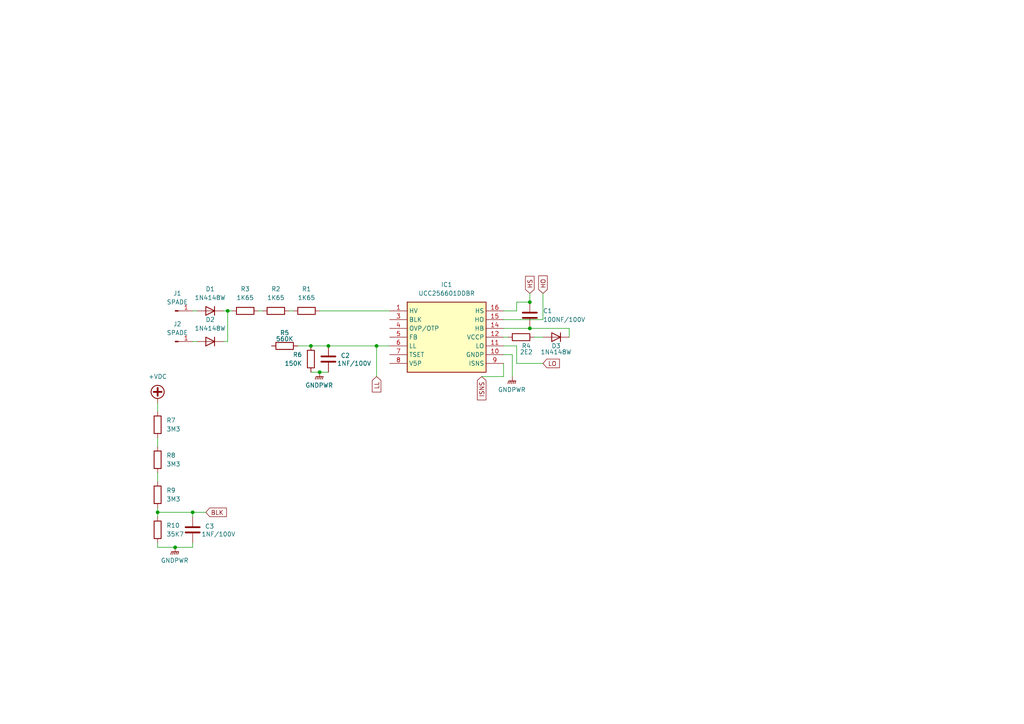
<source format=kicad_sch>
(kicad_sch (version 20250114) (generator "eeschema") (generator_version "9.0")
  (paper "A4")
  (lib_symbols
    (symbol "Connector:Conn_01x01_Pin" (pin_names (offset 1.016) (hide yes))
      (property "Reference" "J" (at 0 2.54 0))
      (property "Value" "Conn_01x01_Pin" (at 0 -2.54 0))
      (symbol "Conn_01x01_Pin_1_1"
        (rectangle (start 0.8636 0.127) (end 0 -0.127) (stroke (width 0.1524)) (fill (type outline)))
        (polyline (pts (xy 1.27 0) (xy 0.8636 0)) (stroke (width 0.1524)))
        (pin passive line (at 5.08 0 180) (length 3.81) (name "Pin_1") (number "1"))
      )
    )
    (symbol "Device:C" (pin_numbers (hide yes)) (pin_names (offset 0.254))
      (property "Reference" "C" (at 0.635 2.54 0))
      (property "Value" "C" (at 0.635 -2.54 0))
      (symbol "C_0_1"
        (polyline (pts (xy -2.032 0.762) (xy 2.032 0.762)) (stroke (width 0.508)))
        (polyline (pts (xy -2.032 -0.762) (xy 2.032 -0.762)) (stroke (width 0.508)))
      )
      (symbol "C_1_1"
        (pin passive line (at 0 3.81 270) (length 2.794) (name "~") (number "1"))
        (pin passive line (at 0 -3.81 90) (length 2.794) (name "~") (number "2"))
      )
    )
    (symbol "Device:R" (pin_numbers (hide yes)) (pin_names (offset 0))
      (property "Reference" "R" (at 2.032 0 90))
      (property "Value" "R" (at 0 0 90))
      (symbol "R_0_1"
        (rectangle (start -1.016 -2.54) (end 1.016 2.54) (stroke (width 0.254)))
      )
      (symbol "R_1_1"
        (pin passive line (at 0 3.81 270) (length 1.27) (name "~") (number "1"))
        (pin passive line (at 0 -3.81 90) (length 1.27) (name "~") (number "2"))
      )
    )
    (symbol "Diode:1N4148W" (pin_numbers (hide yes)) (pin_names (hide yes))
      (property "Reference" "D" (at 0 2.54 0))
      (property "Value" "1N4148W" (at 0 -2.54 0))
      (symbol "1N4148W_0_1"
        (polyline (pts (xy -1.27 1.27) (xy -1.27 -1.27)) (stroke (width 0.254)))
        (polyline (pts (xy 1.27 1.27) (xy 1.27 -1.27) (xy -1.27 0) (xy 1.27 1.27)) (stroke (width 0.254)))
        (polyline (pts (xy 1.27 0) (xy -1.27 0)))
      )
      (symbol "1N4148W_1_1"
        (pin passive line (at -3.81 0 0) (length 2.54) (name "K") (number "1"))
        (pin passive line (at 3.81 0 180) (length 2.54) (name "A") (number "2"))
      )
    )
    (symbol "RUPESH:UCC256601DDBR"
      (property "Reference" "IC" (at 29.21 7.62 0))
      (property "Value" "UCC256601DDBR" (at 29.21 5.08 0))
      (symbol "UCC256601DDBR_1_1"
        (rectangle (start 5.08 2.54) (end 27.94 -17.78) (stroke (width 0.254)) (fill (type background)))
        (pin passive line (at 0 0 0) (length 5.08) (name "HV") (number "1"))
        (pin passive line (at 0 -2.54 0) (length 5.08) (name "BLK") (number "3"))
        (pin passive line (at 0 -5.08 0) (length 5.08) (name "OVP/OTP") (number "4"))
        (pin passive line (at 0 -7.62 0) (length 5.08) (name "FB") (number "5"))
        (pin passive line (at 0 -10.16 0) (length 5.08) (name "LL") (number "6"))
        (pin passive line (at 0 -12.7 0) (length 5.08) (name "TSET") (number "7"))
        (pin passive line (at 0 -15.24 0) (length 5.08) (name "V5P") (number "8"))
        (pin passive line (at 33.02 0 180) (length 5.08) (name "HS") (number "16"))
        (pin passive line (at 33.02 -2.54 180) (length 5.08) (name "HO") (number "15"))
        (pin passive line (at 33.02 -5.08 180) (length 5.08) (name "HB") (number "14"))
        (pin passive line (at 33.02 -7.62 180) (length 5.08) (name "VCCP") (number "12"))
        (pin passive line (at 33.02 -10.16 180) (length 5.08) (name "LO") (number "11"))
        (pin passive line (at 33.02 -12.7 180) (length 5.08) (name "GNDP") (number "10"))
        (pin passive line (at 33.02 -15.24 180) (length 5.08) (name "ISNS") (number "9"))
      )
    )
    (symbol "power:+VDC" (power) (pin_numbers (hide yes)) (pin_names (offset 0) (hide yes))
      (property "Value" "+VDC" (at 0 6.35 0))
      (symbol "+VDC_0_1"
        (polyline (pts (xy -1.143 3.175) (xy 1.143 3.175)) (stroke (width 0.508)))
        (circle (center 0 3.175) (radius 1.905) (stroke (width 0.254)))
        (polyline (pts (xy 0 2.032) (xy 0 4.318)) (stroke (width 0.508)))
        (polyline (pts (xy 0 0) (xy 0 1.27)))
      )
      (symbol "+VDC_1_1"
        (pin power_in line (at 0 0 90) (length 0) (name "~") (number "1"))
      )
    )
    (symbol "power:GNDPWR" (power) (pin_numbers (hide yes)) (pin_names (offset 0) (hide yes))
      (property "Value" "GNDPWR" (at 0 -3.302 0))
      (symbol "GNDPWR_0_1"
        (polyline (pts (xy -1.016 -1.27) (xy -1.27 -2.032) (xy -1.27 -2.032)) (stroke (width 0.2032)))
        (polyline (pts (xy -0.508 -1.27) (xy -0.762 -2.032) (xy -0.762 -2.032)) (stroke (width 0.2032)))
        (polyline (pts (xy 0 -1.27) (xy 0 0)))
        (polyline (pts (xy 0 -1.27) (xy -0.254 -2.032) (xy -0.254 -2.032)) (stroke (width 0.2032)))
        (polyline (pts (xy 0.508 -1.27) (xy 0.254 -2.032) (xy 0.254 -2.032)) (stroke (width 0.2032)))
        (polyline (pts (xy 1.016 -1.27) (xy -1.016 -1.27) (xy -1.016 -1.27)) (stroke (width 0.2032)))
        (polyline (pts (xy 1.016 -1.27) (xy 0.762 -2.032) (xy 0.762 -2.032) (xy 0.762 -2.032)) (stroke (width 0.2032)))
      )
      (symbol "GNDPWR_1_1"
        (pin power_in line (at 0 0 270) (length 0) (name "~") (number "1"))
      )
    )
  )
  (junction (at 153.67 87.63))
  (junction (at 45.72 148.59))
  (junction (at 95.25 100.33))
  (junction (at 92.71 107.95))
  (junction (at 50.8 158.75))
  (junction (at 109.22 100.33))
  (junction (at 153.67 95.25))
  (junction (at 55.88 148.59))
  (junction (at 90.17 100.33))
  (junction (at 66.04 90.17))
  (wire (pts (xy 45.72 148.59) (xy 45.72 147.32)))
  (wire (pts (xy 148.59 102.87) (xy 146.05 102.87)))
  (wire (pts (xy 149.86 90.17) (xy 149.86 87.63)))
  (wire (pts (xy 139.7 109.22) (xy 146.05 109.22)))
  (wire (pts (xy 165.1 95.25) (xy 165.1 97.79)))
  (wire (pts (xy 149.86 87.63) (xy 153.67 87.63)))
  (wire (pts (xy 50.8 158.75) (xy 55.88 158.75)))
  (wire (pts (xy 146.05 95.25) (xy 153.67 95.25)))
  (wire (pts (xy 147.32 97.79) (xy 146.05 97.79)))
  (wire (pts (xy 92.71 90.17) (xy 113.03 90.17)))
  (wire (pts (xy 74.93 90.17) (xy 76.2 90.17)))
  (wire (pts (xy 66.04 99.06) (xy 66.04 90.17)))
  (wire (pts (xy 109.22 109.22) (xy 109.22 100.33)))
  (wire (pts (xy 157.48 105.41) (xy 149.86 105.41)))
  (wire (pts (xy 66.04 99.06) (xy 64.77 99.06)))
  (wire (pts (xy 45.72 158.75) (xy 50.8 158.75)))
  (wire (pts (xy 148.59 109.22) (xy 148.59 102.87)))
  (wire (pts (xy 149.86 100.33) (xy 146.05 100.33)))
  (wire (pts (xy 45.72 116.84) (xy 45.72 119.38)))
  (wire (pts (xy 45.72 129.54) (xy 45.72 127)))
  (wire (pts (xy 83.82 90.17) (xy 85.09 90.17)))
  (wire (pts (xy 92.71 107.95) (xy 95.25 107.95)))
  (wire (pts (xy 45.72 158.75) (xy 45.72 157.48)))
  (wire (pts (xy 45.72 139.7) (xy 45.72 137.16)))
  (wire (pts (xy 149.86 105.41) (xy 149.86 100.33)))
  (wire (pts (xy 109.22 100.33) (xy 113.03 100.33)))
  (wire (pts (xy 154.94 97.79) (xy 157.48 97.79)))
  (wire (pts (xy 55.88 148.59) (xy 59.69 148.59)))
  (wire (pts (xy 45.72 149.86) (xy 45.72 148.59)))
  (wire (pts (xy 55.88 90.17) (xy 57.15 90.17)))
  (wire (pts (xy 146.05 92.71) (xy 157.48 92.71)))
  (wire (pts (xy 157.48 92.71) (xy 157.48 85.09)))
  (wire (pts (xy 146.05 109.22) (xy 146.05 105.41)))
  (wire (pts (xy 90.17 107.95) (xy 92.71 107.95)))
  (wire (pts (xy 90.17 100.33) (xy 86.36 100.33)))
  (wire (pts (xy 55.88 99.06) (xy 57.15 99.06)))
  (wire (pts (xy 64.77 90.17) (xy 66.04 90.17)))
  (wire (pts (xy 95.25 100.33) (xy 109.22 100.33)))
  (wire (pts (xy 55.88 149.86) (xy 55.88 148.59)))
  (wire (pts (xy 90.17 100.33) (xy 95.25 100.33)))
  (wire (pts (xy 153.67 85.09) (xy 153.67 87.63)))
  (wire (pts (xy 146.05 90.17) (xy 149.86 90.17)))
  (wire (pts (xy 66.04 90.17) (xy 67.31 90.17)))
  (wire (pts (xy 153.67 95.25) (xy 165.1 95.25)))
  (wire (pts (xy 45.72 148.59) (xy 55.88 148.59)))
  (wire (pts (xy 55.88 158.75) (xy 55.88 157.48)))
  (global_label "HO" (shape input) (at 157.48 85.09 90) (property "Intersheetrefs" "${INTERSHEET_REFS}" (effects (hide yes))))
  (global_label "HS" (shape input) (at 153.67 85.09 90) (property "Intersheetrefs" "${INTERSHEET_REFS}" (effects (hide yes))))
  (global_label "LL" (shape input) (at 109.22 109.22 270) (property "Intersheetrefs" "${INTERSHEET_REFS}" (effects (hide yes))))
  (global_label "ISNS" (shape input) (at 139.7 109.22 270) (property "Intersheetrefs" "${INTERSHEET_REFS}" (effects (hide yes))))
  (global_label "LO" (shape input) (at 157.48 105.41 0) (property "Intersheetrefs" "${INTERSHEET_REFS}" (effects (hide yes))))
  (global_label "BLK" (shape input) (at 59.69 148.59 0) (property "Intersheetrefs" "${INTERSHEET_REFS}" (effects (hide yes))))
  (symbol (lib_id "Diode:1N4148W") (at 60.96 90.17 180) (unit 1)
    (property "Reference" "D1" (at 60.96 83.82 0))
    (property "Value" "1N4148W" (at 60.96 86.36 0))
    (property "Footprint" "Diode_SMD:D_SOD-123" (effects (hide yes)))
    (property "Datasheet" "https://www.vishay.com/docs/85748/1n4148w.pdf" (effects (hide yes)))
    (property "Description" "75V 0.15A Fast Switching Diode, SOD-123" (effects (hide yes)))
    (property "Sim.Device" "D" (effects (hide yes)))
    (property "Sim.Pins" "1=K 2=A" (effects (hide yes)))
  )
  (symbol (lib_id "Device:C") (at 55.88 153.67 0) (unit 1)
    (property "Reference" "C3" (at 59.436 152.654 0) (effects (justify left)))
    (property "Value" "1NF/100V" (at 58.42 154.94 0) (effects (justify left)))
    (property "Footprint" "Capacitor_SMD:C_1206_3216Metric_Pad1.33x1.80mm_HandSolder" (effects (hide yes)))
    (property "Description" "Unpolarized capacitor" (effects (hide yes)))
  )
  (symbol (lib_id "Device:R") (at 80.01 90.17 90) (unit 1)
    (property "Reference" "R2" (at 80.01 83.82 90))
    (property "Value" "1K65" (at 80.01 86.36 90))
    (property "Footprint" "Resistor_SMD:R_1206_3216Metric" (effects (hide yes)))
    (property "Description" "Resistor" (effects (hide yes)))
  )
  (symbol (lib_id "Device:R") (at 90.17 104.14 0) (mirror x) (unit 1)
    (property "Reference" "R6" (at 87.63 102.8699 0) (effects (justify right)))
    (property "Value" "150K" (at 87.63 105.4099 0) (effects (justify right)))
    (property "Footprint" "Resistor_SMD:R_1206_3216Metric" (effects (hide yes)))
    (property "Description" "Resistor" (effects (hide yes)))
  )
  (symbol (lib_id "Device:R") (at 71.12 90.17 90) (unit 1)
    (property "Reference" "R3" (at 71.12 83.82 90))
    (property "Value" "1K65" (at 71.12 86.36 90))
    (property "Footprint" "Resistor_SMD:R_1206_3216Metric" (effects (hide yes)))
    (property "Description" "Resistor" (effects (hide yes)))
  )
  (symbol (lib_id "power:+VDC") (at 45.72 116.84 0) (unit 1)
    (property "Reference" "#PWR04" (effects (hide yes)))
    (property "Value" "+VDC" (at 45.72 109.22 0))
    (property "Description" "Power symbol creates a global label with name \"+VDC\"" (effects (hide yes)))
  )
  (symbol (lib_id "Connector:Conn_01x01_Pin") (at 50.8 90.17 0) (unit 1)
    (property "Reference" "J1" (at 51.435 85.09 0))
    (property "Value" "SPADE" (at 51.435 87.63 0))
    (property "Footprint" "PCB:TE_62409-1" (effects (hide yes)))
    (property "Description" "Generic connector, single row, 01x01, script generated" (effects (hide yes)))
  )
  (symbol (lib_id "Device:R") (at 82.55 100.33 90) (unit 1)
    (property "Reference" "R5" (at 82.55 96.52 90))
    (property "Value" "560K" (at 82.55 98.298 90))
    (property "Footprint" "Resistor_SMD:R_1206_3216Metric" (effects (hide yes)))
    (property "Description" "Resistor" (effects (hide yes)))
  )
  (symbol (lib_id "power:GNDPWR") (at 92.71 107.95 0) (unit 1)
    (property "Reference" "#PWR02" (effects (hide yes)))
    (property "Value" "GNDPWR" (at 92.583 111.76 0))
    (property "Description" "Power symbol creates a global label with name \"GNDPWR\" , global ground" (effects (hide yes)))
  )
  (symbol (lib_id "power:GNDPWR") (at 50.8 158.75 0) (unit 1)
    (property "Reference" "#PWR03" (effects (hide yes)))
    (property "Value" "GNDPWR" (at 50.673 162.56 0))
    (property "Description" "Power symbol creates a global label with name \"GNDPWR\" , global ground" (effects (hide yes)))
  )
  (symbol (lib_id "power:GNDPWR") (at 148.59 109.22 0) (unit 1)
    (property "Reference" "#PWR01" (effects (hide yes)))
    (property "Value" "GNDPWR" (at 148.463 113.03 0))
    (property "Description" "Power symbol creates a global label with name \"GNDPWR\" , global ground" (effects (hide yes)))
  )
  (symbol (lib_id "Connector:Conn_01x01_Pin") (at 50.8 99.06 0) (unit 1)
    (property "Reference" "J2" (at 51.435 93.98 0))
    (property "Value" "SPADE" (at 51.435 96.52 0))
    (property "Footprint" "PCB:TE_62409-1" (effects (hide yes)))
    (property "Description" "Generic connector, single row, 01x01, script generated" (effects (hide yes)))
  )
  (symbol (lib_id "Device:R") (at 45.72 123.19 180) (unit 1)
    (property "Reference" "R7" (at 48.26 121.9199 0) (effects (justify right)))
    (property "Value" "3M3" (at 48.26 124.4599 0) (effects (justify right)))
    (property "Footprint" "Resistor_SMD:R_1206_3216Metric" (effects (hide yes)))
    (property "Description" "Resistor" (effects (hide yes)))
  )
  (symbol (lib_id "Device:C") (at 95.25 104.14 0) (unit 1)
    (property "Reference" "C2" (at 98.806 103.124 0) (effects (justify left)))
    (property "Value" "1NF/100V" (at 97.79 105.41 0) (effects (justify left)))
    (property "Footprint" "Capacitor_SMD:C_1206_3216Metric_Pad1.33x1.80mm_HandSolder" (effects (hide yes)))
    (property "Description" "Unpolarized capacitor" (effects (hide yes)))
  )
  (symbol (lib_id "Diode:1N4148W") (at 161.29 97.79 180) (unit 1)
    (property "Reference" "D3" (at 161.29 100.33 0))
    (property "Value" "1N4148W" (at 161.29 102.108 0))
    (property "Footprint" "Diode_SMD:D_SOD-123" (effects (hide yes)))
    (property "Datasheet" "https://www.vishay.com/docs/85748/1n4148w.pdf" (effects (hide yes)))
    (property "Description" "75V 0.15A Fast Switching Diode, SOD-123" (effects (hide yes)))
    (property "Sim.Device" "D" (effects (hide yes)))
    (property "Sim.Pins" "1=K 2=A" (effects (hide yes)))
  )
  (symbol (lib_id "Device:R") (at 45.72 153.67 180) (unit 1)
    (property "Reference" "R10" (at 48.26 152.3999 0) (effects (justify right)))
    (property "Value" "35K7" (at 48.26 154.9399 0) (effects (justify right)))
    (property "Footprint" "Resistor_SMD:R_1206_3216Metric" (effects (hide yes)))
    (property "Description" "Resistor" (effects (hide yes)))
  )
  (symbol (lib_id "Device:R") (at 151.13 97.79 90) (unit 1)
    (property "Reference" "R4" (at 152.654 100.33 90))
    (property "Value" "2E2" (at 152.654 102.108 90))
    (property "Footprint" "Resistor_SMD:R_1206_3216Metric" (effects (hide yes)))
    (property "Description" "Resistor" (effects (hide yes)))
  )
  (symbol (lib_id "Device:R") (at 45.72 143.51 180) (unit 1)
    (property "Reference" "R9" (at 48.26 142.2399 0) (effects (justify right)))
    (property "Value" "3M3" (at 48.26 144.7799 0) (effects (justify right)))
    (property "Footprint" "Resistor_SMD:R_1206_3216Metric" (effects (hide yes)))
    (property "Description" "Resistor" (effects (hide yes)))
  )
  (symbol (lib_id "Device:R") (at 45.72 133.35 180) (unit 1)
    (property "Reference" "R8" (at 48.26 132.0799 0) (effects (justify right)))
    (property "Value" "3M3" (at 48.26 134.6199 0) (effects (justify right)))
    (property "Footprint" "Resistor_SMD:R_1206_3216Metric" (effects (hide yes)))
    (property "Description" "Resistor" (effects (hide yes)))
  )
  (symbol (lib_id "RUPESH:UCC256601DDBR") (at 113.03 90.17 0) (unit 1)
    (property "Reference" "IC1" (at 129.54 82.55 0))
    (property "Value" "UCC256601DDBR" (at 129.54 85.09 0))
    (property "Footprint" "UCC256601DDBR" (effects (hide yes)))
    (property "Datasheet" "https://www.ti.com/lit/ds/symlink/ucc25660.pdf?ts=1708409644942&ref_url=https%253A%252F%252Fwww.ti.com%252Fproduct%252FUCC25660%253FkeyMatch%253DUCC256601DDBR%2526tisearch%253Dsearch-everything%2526usecase%253DOPN" (effects (hide yes)))
    (property "Description" "Power Supply Controller LLC, Resonant Converter Controller 14-SOIC" (effects (hide yes)))
    (property "Height" "1.75" (effects (hide yes)))
    (property "Manufacturer_Name" "Texas Instruments" (effects (hide yes)))
    (property "Manufacturer_Part_Number" "UCC256601DDBR" (effects (hide yes)))
    (property "Mouser Part Number" "595-UCC256601DDBR" (effects (hide yes)))
    (property "Mouser Price/Stock" "https://www.mouser.co.uk/ProductDetail/Texas-Instruments/UCC256601DDBR?qs=mELouGlnn3eHlHW74dgN1Q%3D%3D" (effects (hide yes)))
    (property "Arrow Part Number" "UCC256601DDBR" (effects (hide yes)))
    (property "Arrow Price/Stock" "https://www.arrow.com/en/products/ucc256601ddbr/texas-instruments?region=nac" (effects (hide yes)))
  )
  (symbol (lib_id "Device:C") (at 153.67 91.44 0) (unit 1)
    (property "Reference" "C1" (at 157.48 90.1699 0) (effects (justify left)))
    (property "Value" "100NF/100V" (at 157.48 92.7099 0) (effects (justify left)))
    (property "Footprint" "Capacitor_SMD:C_1206_3216Metric_Pad1.33x1.80mm_HandSolder" (effects (hide yes)))
    (property "Description" "Unpolarized capacitor" (effects (hide yes)))
  )
  (symbol (lib_id "Diode:1N4148W") (at 60.96 99.06 180) (unit 1)
    (property "Reference" "D2" (at 60.96 92.71 0))
    (property "Value" "1N4148W" (at 60.96 95.25 0))
    (property "Footprint" "Diode_SMD:D_SOD-123" (effects (hide yes)))
    (property "Datasheet" "https://www.vishay.com/docs/85748/1n4148w.pdf" (effects (hide yes)))
    (property "Description" "75V 0.15A Fast Switching Diode, SOD-123" (effects (hide yes)))
    (property "Sim.Device" "D" (effects (hide yes)))
    (property "Sim.Pins" "1=K 2=A" (effects (hide yes)))
  )
  (symbol (lib_id "Device:R") (at 88.9 90.17 90) (unit 1)
    (property "Reference" "R1" (at 88.9 83.82 90))
    (property "Value" "1K65" (at 88.9 86.36 90))
    (property "Footprint" "Resistor_SMD:R_1206_3216Metric" (effects (hide yes)))
    (property "Description" "Resistor" (effects (hide yes)))
  )
)
</source>
